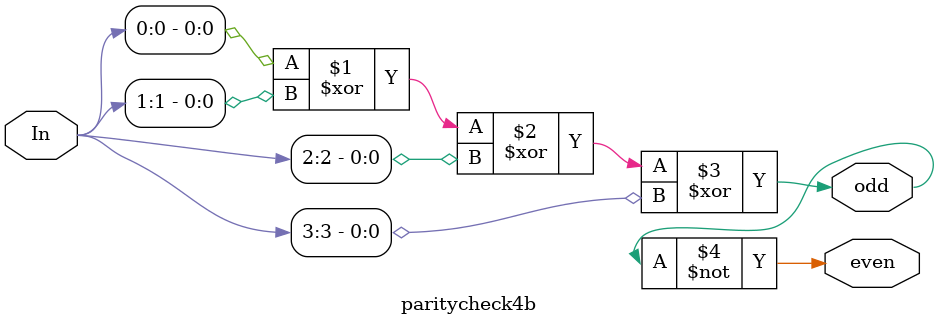
<source format=v>
`timescale 1ns / 1ps


module paritycheck4b(
    output odd, // ÆæÐ£ÑéÎ»
    output even, // Å¼Ð£ÑéÎ»
    input wire [3:0] In // ÊäÈëÊý¾Ý
    );
    assign odd= In [0] ^ In [1] ^ In [2] ^ In [3]; // assign odd = ^ In;
    assign even =~ odd;
endmodule
</source>
